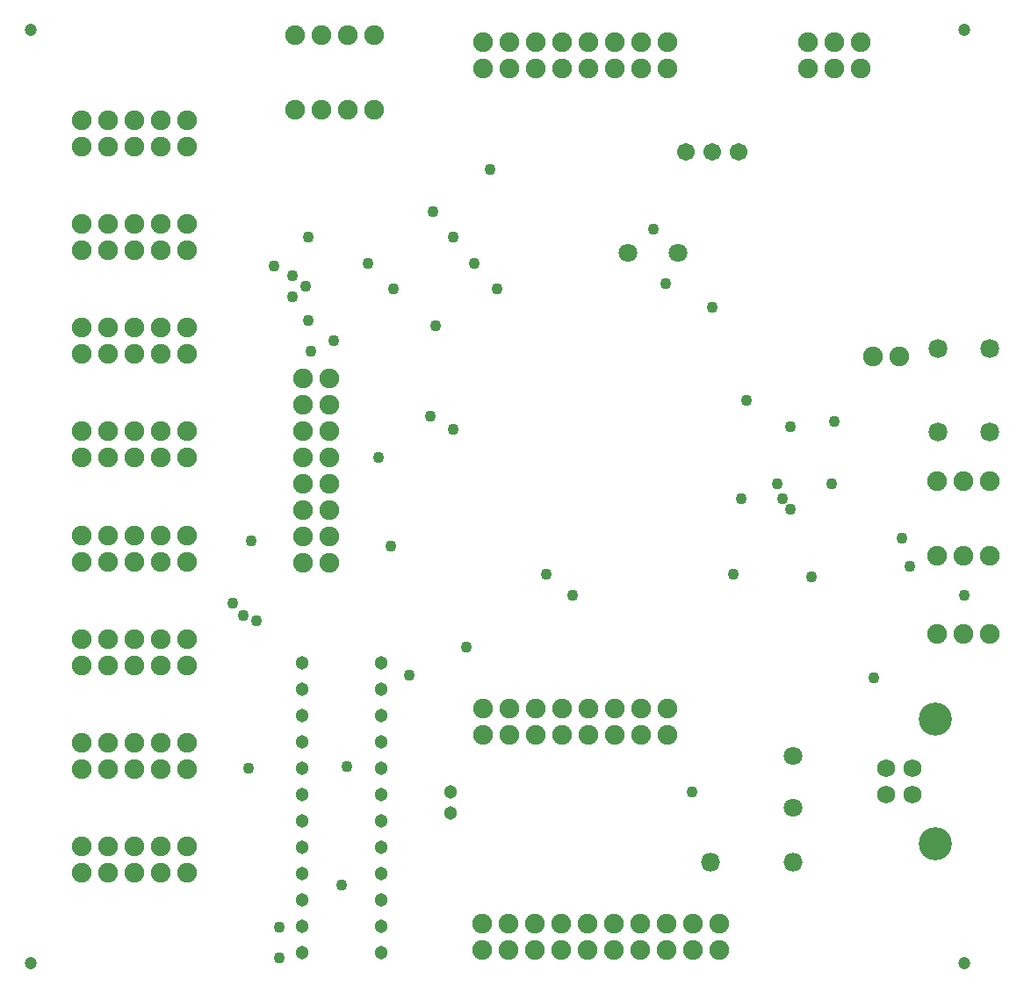
<source format=gbs>
%FSLAX25Y25*%
%MOIN*%
G70*
G01*
G75*
G04 Layer_Color=16711935*
%ADD10R,0.04331X0.05512*%
%ADD11R,0.05512X0.04331*%
%ADD12R,0.05906X0.05000*%
%ADD13R,0.03937X0.01575*%
%ADD14R,0.04724X0.01181*%
%ADD15R,0.01181X0.04724*%
%ADD16R,0.04921X0.01181*%
%ADD17C,0.01181*%
%ADD18C,0.05906*%
%ADD19C,0.01969*%
%ADD20C,0.03937*%
%ADD21C,0.04331*%
%ADD22C,0.11811*%
%ADD23C,0.06000*%
%ADD24C,0.06693*%
%ADD25C,0.05906*%
%ADD26C,0.06299*%
%ADD27O,0.06299X0.06535*%
%ADD28O,0.06535X0.06299*%
%ADD29C,0.03937*%
%ADD30C,0.03543*%
%ADD31C,0.00787*%
%ADD32C,0.01000*%
%ADD33R,0.05131X0.06312*%
%ADD34R,0.06312X0.05131*%
%ADD35R,0.06706X0.05800*%
%ADD36R,0.04737X0.02375*%
%ADD37R,0.05524X0.01981*%
%ADD38R,0.01981X0.05524*%
%ADD39R,0.05721X0.01981*%
%ADD40C,0.05131*%
%ADD41C,0.12611*%
%ADD42C,0.06800*%
%ADD43C,0.07493*%
%ADD44C,0.06706*%
%ADD45C,0.07099*%
%ADD46O,0.07099X0.07335*%
%ADD47O,0.07335X0.07099*%
%ADD48C,0.04737*%
%ADD49C,0.04343*%
D40*
X375984Y273622D02*
D03*
Y281496D02*
D03*
X319646Y330591D02*
D03*
Y320590D02*
D03*
Y310591D02*
D03*
Y300590D02*
D03*
Y290591D02*
D03*
Y280591D02*
D03*
Y270590D02*
D03*
Y260591D02*
D03*
Y250590D02*
D03*
Y240591D02*
D03*
Y230591D02*
D03*
Y220590D02*
D03*
X349646D02*
D03*
Y230591D02*
D03*
Y240591D02*
D03*
Y250590D02*
D03*
Y260591D02*
D03*
Y270590D02*
D03*
Y280591D02*
D03*
Y290591D02*
D03*
Y300590D02*
D03*
Y310591D02*
D03*
Y320590D02*
D03*
Y330591D02*
D03*
D41*
X559882Y309134D02*
D03*
Y261732D02*
D03*
D42*
X551181Y290354D02*
D03*
X541339D02*
D03*
Y280512D02*
D03*
X551181D02*
D03*
D43*
X580709Y341535D02*
D03*
X570709D02*
D03*
X560709D02*
D03*
X580709Y371063D02*
D03*
X570709D02*
D03*
X560709D02*
D03*
X580709Y399606D02*
D03*
X570709D02*
D03*
X560709D02*
D03*
X546339Y446850D02*
D03*
X536339D02*
D03*
X531653Y556024D02*
D03*
X521654D02*
D03*
X511654D02*
D03*
Y566024D02*
D03*
X521654D02*
D03*
X531653D02*
D03*
X458228D02*
D03*
X448228D02*
D03*
X438228D02*
D03*
X428228D02*
D03*
X418228D02*
D03*
Y556024D02*
D03*
X428228D02*
D03*
X438228D02*
D03*
X448228D02*
D03*
X458228D02*
D03*
X408228D02*
D03*
X398228D02*
D03*
X388228D02*
D03*
Y566024D02*
D03*
X398228D02*
D03*
X408228D02*
D03*
X346929Y568898D02*
D03*
X336929D02*
D03*
X326929D02*
D03*
X316929D02*
D03*
X346929Y540354D02*
D03*
X336929D02*
D03*
X326929D02*
D03*
X316929D02*
D03*
X275905Y250905D02*
D03*
X265905D02*
D03*
X255906D02*
D03*
X245905D02*
D03*
X235906D02*
D03*
Y260906D02*
D03*
X245905D02*
D03*
X255906D02*
D03*
X265905D02*
D03*
X275905D02*
D03*
Y290276D02*
D03*
X265905D02*
D03*
X255906D02*
D03*
X245905D02*
D03*
X235906D02*
D03*
Y300276D02*
D03*
X245905D02*
D03*
X255906D02*
D03*
X265905D02*
D03*
X275905D02*
D03*
Y329646D02*
D03*
X265905D02*
D03*
X255906D02*
D03*
X245905D02*
D03*
X235906D02*
D03*
Y339646D02*
D03*
X245905D02*
D03*
X255906D02*
D03*
X265905D02*
D03*
X275905D02*
D03*
Y369016D02*
D03*
X265905D02*
D03*
X255906D02*
D03*
X245905D02*
D03*
X235906D02*
D03*
Y379016D02*
D03*
X245905D02*
D03*
X255906D02*
D03*
X265905D02*
D03*
X275905D02*
D03*
Y408386D02*
D03*
X265905D02*
D03*
X255906D02*
D03*
X245905D02*
D03*
X235906D02*
D03*
Y418386D02*
D03*
X245905D02*
D03*
X255906D02*
D03*
X265905D02*
D03*
X275905D02*
D03*
Y447756D02*
D03*
X265905D02*
D03*
X255906D02*
D03*
X245905D02*
D03*
X235906D02*
D03*
Y457756D02*
D03*
X245905D02*
D03*
X255906D02*
D03*
X265905D02*
D03*
X275905D02*
D03*
Y487126D02*
D03*
X265905D02*
D03*
X255906D02*
D03*
X245905D02*
D03*
X235906D02*
D03*
Y497126D02*
D03*
X245905D02*
D03*
X255906D02*
D03*
X265905D02*
D03*
X275905D02*
D03*
Y526496D02*
D03*
X265905D02*
D03*
X255906D02*
D03*
X245905D02*
D03*
X235906D02*
D03*
Y536496D02*
D03*
X245905D02*
D03*
X255906D02*
D03*
X265905D02*
D03*
X275905D02*
D03*
X478071Y231378D02*
D03*
X468071D02*
D03*
X458071D02*
D03*
X448071D02*
D03*
X438071D02*
D03*
Y221378D02*
D03*
X448071D02*
D03*
X458071D02*
D03*
X468071D02*
D03*
X478071D02*
D03*
X428071D02*
D03*
X418071D02*
D03*
X408071D02*
D03*
X398071D02*
D03*
X388071D02*
D03*
Y231378D02*
D03*
X398071D02*
D03*
X408071D02*
D03*
X418071D02*
D03*
X428071D02*
D03*
X319803Y438543D02*
D03*
Y428543D02*
D03*
Y418543D02*
D03*
Y408543D02*
D03*
Y398543D02*
D03*
X329803D02*
D03*
Y408543D02*
D03*
Y418543D02*
D03*
Y428543D02*
D03*
Y438543D02*
D03*
Y388543D02*
D03*
Y378543D02*
D03*
Y368543D02*
D03*
X319803D02*
D03*
Y378543D02*
D03*
Y388543D02*
D03*
X458228Y313071D02*
D03*
X448228D02*
D03*
X438228D02*
D03*
X428228D02*
D03*
X418228D02*
D03*
Y303071D02*
D03*
X428228D02*
D03*
X438228D02*
D03*
X448228D02*
D03*
X458228D02*
D03*
X408228D02*
D03*
X398228D02*
D03*
X388228D02*
D03*
Y313071D02*
D03*
X398228D02*
D03*
X408228D02*
D03*
D44*
X485394Y524606D02*
D03*
X475394D02*
D03*
X465394D02*
D03*
D45*
X462362Y486221D02*
D03*
X443150D02*
D03*
X505905Y295276D02*
D03*
Y275590D02*
D03*
D46*
X561024Y418307D02*
D03*
Y449803D02*
D03*
X580709Y418307D02*
D03*
Y449803D02*
D03*
D47*
X505905Y254921D02*
D03*
X474409D02*
D03*
D48*
X216535Y216535D02*
D03*
Y570866D02*
D03*
X570866D02*
D03*
Y216535D02*
D03*
D49*
X370079Y458661D02*
D03*
X322835Y448819D02*
D03*
X393701Y472441D02*
D03*
X331693Y452756D02*
D03*
X354331Y472441D02*
D03*
X321850Y460630D02*
D03*
X315945Y469488D02*
D03*
X384842Y482283D02*
D03*
X344488D02*
D03*
X320866Y473622D02*
D03*
X376969Y492126D02*
D03*
X315945Y477362D02*
D03*
X321850Y492126D02*
D03*
X309055Y481299D02*
D03*
X369094Y501968D02*
D03*
X512795Y363189D02*
D03*
X390748Y517717D02*
D03*
X336614Y291339D02*
D03*
X360236Y325787D02*
D03*
X381890Y336614D02*
D03*
X348425Y408465D02*
D03*
X353346Y375000D02*
D03*
X504920Y388779D02*
D03*
X501968Y392717D02*
D03*
X520669Y398622D02*
D03*
X570866Y356299D02*
D03*
X547244Y377953D02*
D03*
X550197Y367126D02*
D03*
X521654Y422244D02*
D03*
X500000Y398622D02*
D03*
X536417Y324803D02*
D03*
X412402Y364173D02*
D03*
X368110Y424213D02*
D03*
X467520Y281496D02*
D03*
X475394Y465551D02*
D03*
X452756Y495079D02*
D03*
X457677Y474409D02*
D03*
X422244Y356299D02*
D03*
X504921Y420276D02*
D03*
X486221Y392717D02*
D03*
X488189Y430118D02*
D03*
X483268Y364173D02*
D03*
X311024Y230315D02*
D03*
Y218504D02*
D03*
X334646Y246063D02*
D03*
X293307Y353346D02*
D03*
X297244Y348425D02*
D03*
X299213Y290354D02*
D03*
X302165Y346457D02*
D03*
X300197Y376969D02*
D03*
X376968Y419290D02*
D03*
M02*

</source>
